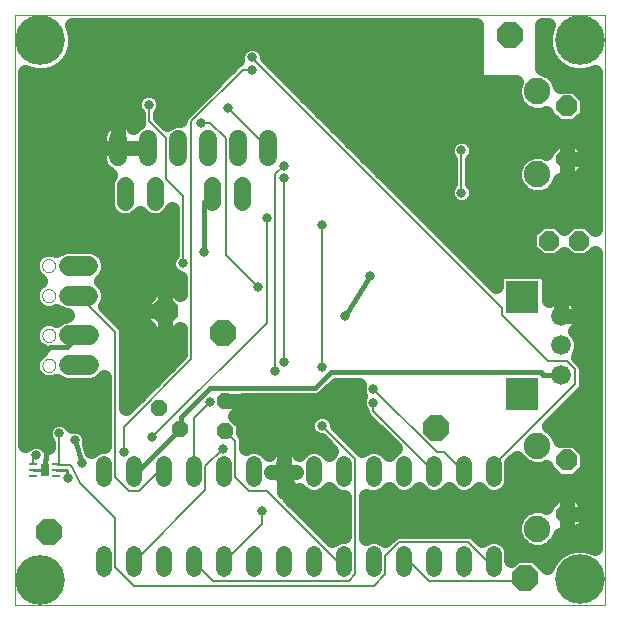
<source format=gtl>
G75*
%MOIN*%
%OFA0B0*%
%FSLAX24Y24*%
%IPPOS*%
%LPD*%
%AMOC8*
5,1,8,0,0,1.08239X$1,22.5*
%
%ADD10C,0.0000*%
%ADD11C,0.0520*%
%ADD12C,0.0560*%
%ADD13OC8,0.0660*%
%ADD14OC8,0.0850*%
%ADD15OC8,0.0700*%
%ADD16C,0.0885*%
%ADD17C,0.0660*%
%ADD18R,0.1102X0.1102*%
%ADD19C,0.0600*%
%ADD20C,0.0650*%
%ADD21OC8,0.0520*%
%ADD22R,0.0276X0.0110*%
%ADD23R,0.0276X0.0433*%
%ADD24C,0.0160*%
%ADD25C,0.0317*%
%ADD26C,0.0114*%
%ADD27C,0.0500*%
%ADD28C,0.0238*%
%ADD29C,0.0080*%
%ADD30C,0.1660*%
D10*
X000350Y000350D02*
X000350Y020035D01*
X020035Y020035D01*
X020035Y000350D01*
X000350Y000350D01*
X001267Y008344D02*
X001269Y008373D01*
X001275Y008401D01*
X001284Y008429D01*
X001297Y008455D01*
X001314Y008478D01*
X001333Y008500D01*
X001355Y008519D01*
X001380Y008534D01*
X001406Y008547D01*
X001434Y008555D01*
X001462Y008560D01*
X001491Y008561D01*
X001520Y008558D01*
X001548Y008551D01*
X001575Y008541D01*
X001601Y008527D01*
X001624Y008510D01*
X001645Y008490D01*
X001663Y008467D01*
X001678Y008442D01*
X001689Y008415D01*
X001697Y008387D01*
X001701Y008358D01*
X001701Y008330D01*
X001697Y008301D01*
X001689Y008273D01*
X001678Y008246D01*
X001663Y008221D01*
X001645Y008198D01*
X001624Y008178D01*
X001601Y008161D01*
X001575Y008147D01*
X001548Y008137D01*
X001520Y008130D01*
X001491Y008127D01*
X001462Y008128D01*
X001434Y008133D01*
X001406Y008141D01*
X001380Y008154D01*
X001355Y008169D01*
X001333Y008188D01*
X001314Y008210D01*
X001297Y008233D01*
X001284Y008259D01*
X001275Y008287D01*
X001269Y008315D01*
X001267Y008344D01*
X001267Y009344D02*
X001269Y009373D01*
X001275Y009401D01*
X001284Y009429D01*
X001297Y009455D01*
X001314Y009478D01*
X001333Y009500D01*
X001355Y009519D01*
X001380Y009534D01*
X001406Y009547D01*
X001434Y009555D01*
X001462Y009560D01*
X001491Y009561D01*
X001520Y009558D01*
X001548Y009551D01*
X001575Y009541D01*
X001601Y009527D01*
X001624Y009510D01*
X001645Y009490D01*
X001663Y009467D01*
X001678Y009442D01*
X001689Y009415D01*
X001697Y009387D01*
X001701Y009358D01*
X001701Y009330D01*
X001697Y009301D01*
X001689Y009273D01*
X001678Y009246D01*
X001663Y009221D01*
X001645Y009198D01*
X001624Y009178D01*
X001601Y009161D01*
X001575Y009147D01*
X001548Y009137D01*
X001520Y009130D01*
X001491Y009127D01*
X001462Y009128D01*
X001434Y009133D01*
X001406Y009141D01*
X001380Y009154D01*
X001355Y009169D01*
X001333Y009188D01*
X001314Y009210D01*
X001297Y009233D01*
X001284Y009259D01*
X001275Y009287D01*
X001269Y009315D01*
X001267Y009344D01*
X001259Y010670D02*
X001261Y010699D01*
X001267Y010727D01*
X001276Y010755D01*
X001289Y010781D01*
X001306Y010804D01*
X001325Y010826D01*
X001347Y010845D01*
X001372Y010860D01*
X001398Y010873D01*
X001426Y010881D01*
X001454Y010886D01*
X001483Y010887D01*
X001512Y010884D01*
X001540Y010877D01*
X001567Y010867D01*
X001593Y010853D01*
X001616Y010836D01*
X001637Y010816D01*
X001655Y010793D01*
X001670Y010768D01*
X001681Y010741D01*
X001689Y010713D01*
X001693Y010684D01*
X001693Y010656D01*
X001689Y010627D01*
X001681Y010599D01*
X001670Y010572D01*
X001655Y010547D01*
X001637Y010524D01*
X001616Y010504D01*
X001593Y010487D01*
X001567Y010473D01*
X001540Y010463D01*
X001512Y010456D01*
X001483Y010453D01*
X001454Y010454D01*
X001426Y010459D01*
X001398Y010467D01*
X001372Y010480D01*
X001347Y010495D01*
X001325Y010514D01*
X001306Y010536D01*
X001289Y010559D01*
X001276Y010585D01*
X001267Y010613D01*
X001261Y010641D01*
X001259Y010670D01*
X001259Y011670D02*
X001261Y011699D01*
X001267Y011727D01*
X001276Y011755D01*
X001289Y011781D01*
X001306Y011804D01*
X001325Y011826D01*
X001347Y011845D01*
X001372Y011860D01*
X001398Y011873D01*
X001426Y011881D01*
X001454Y011886D01*
X001483Y011887D01*
X001512Y011884D01*
X001540Y011877D01*
X001567Y011867D01*
X001593Y011853D01*
X001616Y011836D01*
X001637Y011816D01*
X001655Y011793D01*
X001670Y011768D01*
X001681Y011741D01*
X001689Y011713D01*
X001693Y011684D01*
X001693Y011656D01*
X001689Y011627D01*
X001681Y011599D01*
X001670Y011572D01*
X001655Y011547D01*
X001637Y011524D01*
X001616Y011504D01*
X001593Y011487D01*
X001567Y011473D01*
X001540Y011463D01*
X001512Y011456D01*
X001483Y011453D01*
X001454Y011454D01*
X001426Y011459D01*
X001398Y011467D01*
X001372Y011480D01*
X001347Y011495D01*
X001325Y011514D01*
X001306Y011536D01*
X001289Y011559D01*
X001276Y011585D01*
X001267Y011613D01*
X001261Y011641D01*
X001259Y011670D01*
D11*
X003317Y005065D02*
X003317Y004545D01*
X004317Y004545D02*
X004317Y005065D01*
X005317Y005065D02*
X005317Y004545D01*
X006317Y004545D02*
X006317Y005065D01*
X007317Y005065D02*
X007317Y004545D01*
X008317Y004545D02*
X008317Y005065D01*
X009317Y005065D02*
X009317Y004545D01*
X010317Y004545D02*
X010317Y005065D01*
X011317Y005065D02*
X011317Y004545D01*
X012317Y004545D02*
X012317Y005065D01*
X013317Y005065D02*
X013317Y004545D01*
X014317Y004545D02*
X014317Y005065D01*
X015317Y005065D02*
X015317Y004545D01*
X016317Y004545D02*
X016317Y005065D01*
X016317Y002065D02*
X016317Y001545D01*
X015317Y001545D02*
X015317Y002065D01*
X014317Y002065D02*
X014317Y001545D01*
X013317Y001545D02*
X013317Y002065D01*
X012317Y002065D02*
X012317Y001545D01*
X011317Y001545D02*
X011317Y002065D01*
X010317Y002065D02*
X010317Y001545D01*
X009317Y001545D02*
X009317Y002065D01*
X008317Y002065D02*
X008317Y001545D01*
X007317Y001545D02*
X007317Y002065D01*
X006317Y002065D02*
X006317Y001545D01*
X005317Y001545D02*
X005317Y002065D01*
X004317Y002065D02*
X004317Y001545D01*
X003317Y001545D02*
X003317Y002065D01*
D12*
X004021Y013790D02*
X004021Y014350D01*
X005021Y014350D02*
X005021Y013790D01*
X006916Y013783D02*
X006916Y014343D01*
X007916Y014343D02*
X007916Y013783D01*
D13*
X018157Y012502D03*
X019157Y012502D03*
D14*
X014380Y006269D03*
X007280Y009422D03*
X005350Y010143D03*
X001486Y002777D03*
X017371Y001258D03*
X016850Y019350D03*
D15*
X018753Y016988D03*
X018753Y015208D03*
X018753Y005177D03*
X018753Y003397D03*
D16*
X017773Y002907D03*
X017773Y005667D03*
X017773Y014718D03*
X017773Y017478D03*
D17*
X018568Y009996D03*
X018568Y009011D03*
X018568Y008027D03*
D18*
X017268Y007397D03*
X017268Y010626D03*
D19*
X008804Y015289D02*
X008804Y015889D01*
X007804Y015889D02*
X007804Y015289D01*
X006804Y015289D02*
X006804Y015889D01*
X005804Y015889D02*
X005804Y015289D01*
X004804Y015289D02*
X004804Y015889D01*
X003804Y015889D02*
X003804Y015289D01*
D20*
X002801Y011670D02*
X002151Y011670D01*
X002151Y010670D02*
X002801Y010670D01*
X002809Y009344D02*
X002160Y009344D01*
X002160Y008344D02*
X002809Y008344D01*
D21*
X005153Y006930D03*
X005853Y006230D03*
X007351Y006170D03*
X007351Y007170D03*
D22*
X001739Y005047D03*
X001739Y004850D03*
X001739Y004653D03*
X000961Y004653D03*
X000961Y004850D03*
X000961Y005047D03*
D23*
X001350Y004850D03*
D24*
X001350Y005185D01*
X001381Y005216D01*
X001381Y007752D01*
X001161Y007752D01*
X001381Y007752D02*
X001381Y007885D01*
X001082Y008185D01*
X001082Y008507D01*
X001515Y008941D01*
X002082Y008941D01*
X002484Y009342D01*
X002484Y009344D01*
X005893Y006618D02*
X006870Y007594D01*
X010358Y007594D01*
X010878Y008114D01*
X017885Y008114D01*
X017972Y008027D01*
X018568Y008027D01*
X012189Y011334D02*
X011358Y010004D01*
X006641Y012130D02*
X006641Y013791D01*
X006909Y014059D01*
X006916Y014063D01*
X005673Y013114D02*
X005586Y013114D01*
X015610Y015208D02*
X015615Y015203D01*
X005893Y006618D02*
X005893Y006303D01*
X005853Y006230D01*
X005846Y006224D01*
X004429Y004807D01*
X004319Y004807D01*
X004317Y004805D01*
X002600Y005100D02*
X002350Y005850D01*
X009317Y004805D02*
X010817Y002850D01*
D25*
X010817Y002850D03*
X008586Y003498D03*
X007279Y005570D03*
X004933Y005941D03*
X003988Y005452D03*
X002600Y005100D03*
X002122Y004602D03*
X001059Y005350D03*
X001830Y006082D03*
X002350Y005850D03*
X001161Y007752D03*
X006846Y007114D03*
X009027Y008169D03*
X009311Y008452D03*
X010586Y008279D03*
X012303Y007570D03*
X012303Y007098D03*
X010586Y006334D03*
X011358Y010004D03*
X012189Y011334D03*
X010586Y013035D03*
X008744Y013248D03*
X006641Y012130D03*
X005956Y011744D03*
X005673Y013114D03*
X009311Y014602D03*
X009311Y015004D03*
X006570Y016421D03*
X007468Y016925D03*
X008248Y018200D03*
X008256Y018610D03*
X004815Y017035D03*
X015236Y015515D03*
X015610Y015208D03*
X015236Y014106D03*
X008460Y010941D03*
D26*
X002100Y004850D02*
X001739Y004850D01*
X002100Y004850D02*
X002100Y004602D01*
X002122Y004602D01*
X001350Y004850D02*
X000961Y004850D01*
D27*
X000700Y005682D02*
X000700Y018125D01*
X000753Y018094D01*
X001048Y018015D01*
X001353Y018015D01*
X001648Y018094D01*
X001913Y018247D01*
X002129Y018463D01*
X002282Y018727D01*
X002361Y019022D01*
X002361Y019328D01*
X002282Y019623D01*
X002246Y019685D01*
X015738Y019685D01*
X015738Y017780D01*
X017063Y017782D01*
X017001Y017632D01*
X017001Y017324D01*
X017118Y017040D01*
X017336Y016823D01*
X017620Y016706D01*
X017927Y016706D01*
X018073Y016766D01*
X018073Y016706D01*
X018472Y016308D01*
X019035Y016308D01*
X019433Y016706D01*
X019433Y017270D01*
X019035Y017668D01*
X018531Y017668D01*
X018428Y017916D01*
X018211Y018133D01*
X017927Y018251D01*
X017909Y018251D01*
X017909Y019685D01*
X018136Y019685D01*
X018101Y019624D01*
X018022Y019329D01*
X018022Y019024D01*
X018101Y018729D01*
X018253Y018464D01*
X018469Y018248D01*
X018734Y018096D01*
X019029Y018017D01*
X019334Y018017D01*
X019629Y018096D01*
X019685Y018128D01*
X019685Y012907D01*
X019430Y013162D01*
X018884Y013162D01*
X018657Y012935D01*
X018430Y013162D01*
X017884Y013162D01*
X017497Y012775D01*
X017497Y012228D01*
X017884Y011842D01*
X018430Y011842D01*
X018657Y012068D01*
X018884Y011842D01*
X019430Y011842D01*
X019685Y012096D01*
X019685Y002260D01*
X019627Y002293D01*
X019332Y002372D01*
X019027Y002372D01*
X018732Y002293D01*
X018467Y002140D01*
X018251Y001924D01*
X018099Y001660D01*
X018085Y001611D01*
X017684Y002013D01*
X017058Y002013D01*
X016907Y001862D01*
X016907Y002183D01*
X016817Y002399D01*
X016651Y002565D01*
X016435Y002655D01*
X016200Y002655D01*
X015983Y002565D01*
X015931Y002513D01*
X015782Y002662D01*
X015678Y002766D01*
X015542Y002822D01*
X013087Y002822D01*
X012951Y002766D01*
X012701Y002516D01*
X012651Y002565D01*
X012435Y002655D01*
X012200Y002655D01*
X012074Y002603D01*
X012074Y004007D01*
X012200Y003955D01*
X012435Y003955D01*
X012651Y004045D01*
X012817Y004211D01*
X012983Y004045D01*
X013200Y003955D01*
X013435Y003955D01*
X013651Y004045D01*
X013817Y004211D01*
X013983Y004045D01*
X014200Y003955D01*
X014435Y003955D01*
X014651Y004045D01*
X014817Y004211D01*
X014983Y004045D01*
X015200Y003955D01*
X015435Y003955D01*
X015651Y004045D01*
X015817Y004211D01*
X015983Y004045D01*
X016200Y003955D01*
X016435Y003955D01*
X016651Y004045D01*
X016817Y004211D01*
X016907Y004428D01*
X016907Y005077D01*
X017101Y005271D01*
X017118Y005229D01*
X017336Y005012D01*
X017620Y004895D01*
X017927Y004895D01*
X018073Y004955D01*
X018073Y004895D01*
X018472Y004497D01*
X019035Y004497D01*
X019433Y004895D01*
X019433Y005459D01*
X019035Y005857D01*
X018531Y005857D01*
X018428Y006105D01*
X018211Y006322D01*
X018169Y006339D01*
X019333Y007503D01*
X019389Y007639D01*
X019389Y008290D01*
X019333Y008426D01*
X019229Y008530D01*
X019124Y008635D01*
X019127Y008638D01*
X019228Y008880D01*
X019228Y009143D01*
X019127Y009385D01*
X019023Y009489D01*
X019080Y009546D01*
X019134Y009617D01*
X019179Y009694D01*
X019213Y009777D01*
X019236Y009863D01*
X019248Y009951D01*
X019248Y009996D01*
X019248Y010040D01*
X019236Y010129D01*
X019213Y010215D01*
X019179Y010297D01*
X019134Y010374D01*
X019080Y010445D01*
X019017Y010508D01*
X018946Y010562D01*
X018869Y010607D01*
X018787Y010641D01*
X018701Y010664D01*
X018612Y010676D01*
X018568Y010676D01*
X018568Y009996D01*
X018568Y009996D01*
X019248Y009996D01*
X018568Y009996D01*
X018568Y009996D01*
X018568Y010676D01*
X018523Y010676D01*
X018435Y010664D01*
X018349Y010641D01*
X018266Y010607D01*
X018189Y010562D01*
X018150Y010532D01*
X018150Y011242D01*
X018099Y011364D01*
X018007Y011457D01*
X017885Y011507D01*
X016652Y011507D01*
X016530Y011457D01*
X016437Y011364D01*
X016387Y011242D01*
X016387Y010986D01*
X008744Y018629D01*
X008744Y018707D01*
X008670Y018887D01*
X008532Y019024D01*
X008353Y019098D01*
X008158Y019098D01*
X007979Y019024D01*
X007841Y018887D01*
X007767Y018707D01*
X007767Y018526D01*
X007739Y018514D01*
X006030Y016805D01*
X005926Y016701D01*
X005870Y016565D01*
X005870Y016519D01*
X005679Y016519D01*
X005447Y016423D01*
X005419Y016395D01*
X005185Y016629D01*
X005185Y016714D01*
X005229Y016758D01*
X005303Y016938D01*
X005303Y017132D01*
X005229Y017312D01*
X005091Y017449D01*
X004912Y017523D01*
X004717Y017523D01*
X004538Y017449D01*
X004400Y017312D01*
X004326Y017132D01*
X004326Y016938D01*
X004400Y016758D01*
X004445Y016714D01*
X004445Y016432D01*
X004442Y016431D01*
X004374Y016379D01*
X004314Y016319D01*
X004304Y016305D01*
X004294Y016319D01*
X004233Y016379D01*
X004166Y016431D01*
X004092Y016473D01*
X004013Y016506D01*
X003931Y016528D01*
X003847Y016539D01*
X003804Y016539D01*
X003804Y015589D01*
X003804Y015589D01*
X004454Y015589D01*
X004804Y015589D01*
X004804Y015589D01*
X003804Y015589D01*
X003154Y015589D01*
X003154Y015246D01*
X003165Y015162D01*
X003187Y015080D01*
X003220Y015001D01*
X003262Y014927D01*
X003314Y014860D01*
X003374Y014799D01*
X003442Y014747D01*
X003514Y014706D01*
X003504Y014695D01*
X003411Y014471D01*
X003411Y013669D01*
X003504Y013444D01*
X003675Y013273D01*
X003899Y013180D01*
X004142Y013180D01*
X004366Y013273D01*
X004521Y013427D01*
X004675Y013273D01*
X004899Y013180D01*
X005142Y013180D01*
X005366Y013273D01*
X005538Y013444D01*
X005586Y013561D01*
X005586Y012064D01*
X005542Y012020D01*
X005468Y011841D01*
X005468Y011647D01*
X005542Y011467D01*
X005680Y011330D01*
X005859Y011255D01*
X005870Y011255D01*
X005870Y010719D01*
X005671Y010918D01*
X005350Y010918D01*
X005350Y010143D01*
X005350Y009368D01*
X005671Y009368D01*
X005870Y009567D01*
X005870Y008708D01*
X004074Y006913D01*
X004074Y009518D01*
X004018Y009654D01*
X003914Y009758D01*
X003914Y009758D01*
X003361Y010311D01*
X003456Y010540D01*
X003456Y010801D01*
X003356Y011041D01*
X003227Y011170D01*
X003356Y011299D01*
X003456Y011540D01*
X003456Y011801D01*
X003356Y012041D01*
X003172Y012225D01*
X002931Y012325D01*
X002021Y012325D01*
X001781Y012225D01*
X001732Y012177D01*
X001589Y012237D01*
X001364Y012237D01*
X001155Y012151D01*
X000996Y011991D01*
X000910Y011783D01*
X000910Y011558D01*
X000996Y011349D01*
X001155Y011190D01*
X001203Y011170D01*
X001155Y011151D01*
X000996Y010991D01*
X000910Y010783D01*
X000910Y010558D01*
X000996Y010349D01*
X001155Y010190D01*
X001364Y010104D01*
X001589Y010104D01*
X001732Y010163D01*
X001781Y010115D01*
X002021Y010016D01*
X002091Y010016D01*
X002028Y010007D01*
X001942Y009984D01*
X001861Y009950D01*
X001784Y009906D01*
X001722Y009859D01*
X001597Y009910D01*
X001372Y009910D01*
X001164Y009824D01*
X001004Y009665D01*
X000918Y009457D01*
X000918Y009231D01*
X001004Y009023D01*
X001164Y008864D01*
X001211Y008844D01*
X001164Y008824D01*
X001164Y008825D02*
X000700Y008825D01*
X001004Y008665D02*
X000918Y008457D01*
X000918Y008231D01*
X001004Y008023D01*
X001164Y007864D01*
X001372Y007777D01*
X001597Y007777D01*
X001741Y007837D01*
X001789Y007789D01*
X002029Y007689D01*
X002939Y007689D01*
X003180Y007789D01*
X003334Y007943D01*
X003334Y005655D01*
X003200Y005655D01*
X002983Y005565D01*
X002904Y005487D01*
X002903Y005488D01*
X002825Y005721D01*
X002838Y005753D01*
X002838Y005947D01*
X002764Y006127D01*
X002627Y006264D01*
X002447Y006338D01*
X002253Y006338D01*
X002244Y006359D01*
X002107Y006496D01*
X001927Y006571D01*
X001733Y006571D01*
X001554Y006496D01*
X001416Y006359D01*
X001342Y006179D01*
X001342Y005985D01*
X001416Y005806D01*
X001460Y005762D01*
X001460Y005639D01*
X001335Y005764D01*
X001156Y005838D01*
X000962Y005838D01*
X000782Y005764D01*
X000700Y005682D01*
X000700Y005834D02*
X000950Y005834D01*
X001168Y005834D02*
X001405Y005834D01*
X001405Y006332D02*
X000700Y006332D01*
X000700Y006831D02*
X003334Y006831D01*
X003334Y007329D02*
X000700Y007329D01*
X000700Y007828D02*
X001251Y007828D01*
X001718Y007828D02*
X001750Y007828D01*
X000918Y008326D02*
X000700Y008326D01*
X001004Y008665D02*
X001164Y008824D01*
X000918Y009323D02*
X000700Y009323D01*
X000700Y009822D02*
X001161Y009822D01*
X001025Y010320D02*
X000700Y010320D01*
X000700Y010819D02*
X000924Y010819D01*
X001028Y011317D02*
X000700Y011317D01*
X000700Y011816D02*
X000923Y011816D01*
X000700Y012314D02*
X001994Y012314D01*
X002958Y012314D02*
X005586Y012314D01*
X005586Y012813D02*
X000700Y012813D01*
X000700Y013311D02*
X003637Y013311D01*
X003411Y013810D02*
X000700Y013810D01*
X000700Y014308D02*
X003411Y014308D01*
X003367Y014807D02*
X000700Y014807D01*
X000700Y015305D02*
X003154Y015305D01*
X003154Y015589D02*
X003804Y015589D01*
X003804Y015589D01*
X003804Y015589D01*
X003804Y016539D01*
X003761Y016539D01*
X003677Y016528D01*
X003595Y016506D01*
X003516Y016473D01*
X003442Y016431D01*
X003374Y016379D01*
X003314Y016319D01*
X003262Y016251D01*
X003220Y016177D01*
X003187Y016098D01*
X003165Y016016D01*
X003154Y015932D01*
X003154Y015589D01*
X003154Y015804D02*
X000700Y015804D01*
X000700Y016302D02*
X003302Y016302D01*
X003804Y016302D02*
X003804Y016302D01*
X003804Y015804D02*
X003804Y015804D01*
X004383Y016801D02*
X000700Y016801D01*
X000700Y017299D02*
X004395Y017299D01*
X005234Y017299D02*
X006524Y017299D01*
X006025Y016801D02*
X005246Y016801D01*
X007022Y017798D02*
X000700Y017798D01*
X001962Y018296D02*
X007521Y018296D01*
X007803Y018795D02*
X002300Y018795D01*
X002361Y019293D02*
X015738Y019293D01*
X015738Y018795D02*
X008708Y018795D01*
X009077Y018296D02*
X015738Y018296D01*
X015738Y017798D02*
X009575Y017798D01*
X010074Y017299D02*
X017011Y017299D01*
X017390Y016801D02*
X010572Y016801D01*
X011071Y016302D02*
X019685Y016302D01*
X019685Y015804D02*
X019148Y015804D01*
X019043Y015908D02*
X018753Y015908D01*
X018463Y015908D01*
X018053Y015498D01*
X018053Y015438D01*
X017927Y015491D01*
X017620Y015491D01*
X017336Y015373D01*
X017118Y015156D01*
X017001Y014872D01*
X017001Y014564D01*
X017118Y014280D01*
X017336Y014063D01*
X017620Y013946D01*
X017927Y013946D01*
X018211Y014063D01*
X018428Y014280D01*
X018523Y014508D01*
X018753Y014508D01*
X018753Y015208D01*
X018753Y015208D01*
X018753Y015908D01*
X018753Y015208D01*
X018753Y015208D01*
X018753Y014508D01*
X019043Y014508D01*
X019453Y014918D01*
X019453Y015208D01*
X018753Y015208D01*
X018753Y015208D01*
X019453Y015208D01*
X019453Y015498D01*
X019043Y015908D01*
X018753Y015804D02*
X018753Y015804D01*
X018359Y015804D02*
X015638Y015804D01*
X015650Y015792D02*
X015512Y015929D01*
X015333Y016004D01*
X015139Y016004D01*
X014959Y015929D01*
X014822Y015792D01*
X014747Y015613D01*
X014747Y015418D01*
X014822Y015239D01*
X014866Y015195D01*
X014866Y014427D01*
X014822Y014383D01*
X014747Y014203D01*
X014747Y014009D01*
X014822Y013829D01*
X014959Y013692D01*
X015139Y013617D01*
X015333Y013617D01*
X015512Y013692D01*
X015650Y013829D01*
X015724Y014009D01*
X015724Y014203D01*
X015650Y014383D01*
X015606Y014427D01*
X015606Y015195D01*
X015650Y015239D01*
X015724Y015418D01*
X015724Y015613D01*
X015650Y015792D01*
X015677Y015305D02*
X017268Y015305D01*
X017001Y014807D02*
X015606Y014807D01*
X015681Y014308D02*
X017107Y014308D01*
X018440Y014308D02*
X019685Y014308D01*
X019685Y014807D02*
X019342Y014807D01*
X018753Y014807D02*
X018753Y014807D01*
X018753Y015305D02*
X018753Y015305D01*
X019453Y015305D02*
X019685Y015305D01*
X019685Y016801D02*
X019433Y016801D01*
X019404Y017299D02*
X019685Y017299D01*
X019685Y017798D02*
X018477Y017798D01*
X018422Y018296D02*
X017909Y018296D01*
X017909Y018795D02*
X018083Y018795D01*
X018022Y019293D02*
X017909Y019293D01*
X014833Y015804D02*
X011569Y015804D01*
X012068Y015305D02*
X014794Y015305D01*
X014866Y014807D02*
X012566Y014807D01*
X013065Y014308D02*
X014791Y014308D01*
X014841Y013810D02*
X013563Y013810D01*
X014062Y013311D02*
X019685Y013311D01*
X019685Y013810D02*
X015630Y013810D01*
X014560Y012813D02*
X017535Y012813D01*
X017497Y012314D02*
X015059Y012314D01*
X015557Y011816D02*
X019685Y011816D01*
X019685Y011317D02*
X018119Y011317D01*
X018150Y010819D02*
X019685Y010819D01*
X019685Y010320D02*
X019166Y010320D01*
X018568Y010320D02*
X018568Y010320D01*
X019225Y009822D02*
X019685Y009822D01*
X019685Y009323D02*
X019153Y009323D01*
X019205Y008825D02*
X019685Y008825D01*
X019685Y008326D02*
X019374Y008326D01*
X019389Y007828D02*
X019685Y007828D01*
X019685Y007329D02*
X019159Y007329D01*
X018661Y006831D02*
X019685Y006831D01*
X019685Y006332D02*
X018187Y006332D01*
X019059Y005834D02*
X019685Y005834D01*
X019685Y005335D02*
X019433Y005335D01*
X019375Y004837D02*
X019685Y004837D01*
X019685Y004338D02*
X016870Y004338D01*
X016907Y004837D02*
X018132Y004837D01*
X018463Y004097D02*
X018053Y003687D01*
X018053Y003627D01*
X017927Y003680D01*
X017620Y003680D01*
X017336Y003562D01*
X017118Y003345D01*
X017001Y003061D01*
X017001Y002753D01*
X017118Y002469D01*
X017336Y002252D01*
X017620Y002135D01*
X017927Y002135D01*
X018211Y002252D01*
X018428Y002469D01*
X018523Y002697D01*
X018753Y002697D01*
X018753Y003397D01*
X018753Y004097D01*
X018463Y004097D01*
X018753Y004097D02*
X018753Y003397D01*
X018753Y003397D01*
X018753Y003397D01*
X018753Y002697D01*
X019043Y002697D01*
X019453Y003107D01*
X019453Y003397D01*
X018753Y003397D01*
X019453Y003397D01*
X019453Y003687D01*
X019043Y004097D01*
X018753Y004097D01*
X018753Y003840D02*
X018753Y003840D01*
X018206Y003840D02*
X012074Y003840D01*
X012074Y003341D02*
X017117Y003341D01*
X017001Y002843D02*
X012074Y002843D01*
X011334Y002843D02*
X010601Y002843D01*
X010931Y002513D02*
X009485Y003958D01*
X009551Y003980D01*
X009637Y004024D01*
X009715Y004080D01*
X009783Y004148D01*
X009824Y004204D01*
X009983Y004045D01*
X010200Y003955D01*
X010435Y003955D01*
X010651Y004045D01*
X010817Y004211D01*
X010983Y004045D01*
X011200Y003955D01*
X011334Y003955D01*
X011334Y002655D01*
X011200Y002655D01*
X010983Y002565D01*
X010931Y002513D01*
X011334Y003341D02*
X010103Y003341D01*
X009604Y003840D02*
X011334Y003840D01*
X009727Y004805D02*
X009317Y004805D01*
X008907Y004805D01*
X008907Y004805D01*
X009317Y004805D01*
X009317Y004805D01*
X009317Y004126D01*
X009317Y004126D01*
X009317Y004805D01*
X009317Y004805D01*
X009317Y005675D01*
X009269Y005675D01*
X009174Y005660D01*
X009083Y005631D01*
X008998Y005587D01*
X008920Y005531D01*
X008852Y005463D01*
X008811Y005406D01*
X008651Y005565D01*
X008435Y005655D01*
X008200Y005655D01*
X008074Y005603D01*
X008074Y005896D01*
X008018Y006032D01*
X007941Y006109D01*
X007941Y006414D01*
X007700Y006656D01*
X007961Y006917D01*
X007961Y007170D01*
X007961Y007184D01*
X010439Y007184D01*
X010590Y007247D01*
X010705Y007362D01*
X011047Y007704D01*
X011829Y007704D01*
X011814Y007668D01*
X011814Y007473D01*
X011872Y007334D01*
X011814Y007195D01*
X011814Y007001D01*
X011889Y006821D01*
X011933Y006777D01*
X011933Y006741D01*
X011989Y006605D01*
X013015Y005579D01*
X012983Y005565D01*
X012817Y005400D01*
X012651Y005565D01*
X012435Y005655D01*
X012200Y005655D01*
X011983Y005565D01*
X011931Y005513D01*
X011914Y005530D01*
X011075Y006369D01*
X011075Y006431D01*
X011000Y006611D01*
X010863Y006748D01*
X010683Y006823D01*
X010489Y006823D01*
X010310Y006748D01*
X010172Y006611D01*
X010098Y006431D01*
X010098Y006237D01*
X010172Y006058D01*
X010310Y005920D01*
X010489Y005846D01*
X010551Y005846D01*
X010907Y005490D01*
X010817Y005400D01*
X010651Y005565D01*
X010435Y005655D01*
X010200Y005655D01*
X009983Y005565D01*
X009824Y005406D01*
X009783Y005463D01*
X009715Y005531D01*
X009637Y005587D01*
X009551Y005631D01*
X009460Y005660D01*
X009365Y005675D01*
X009317Y005675D01*
X009317Y004805D01*
X009317Y004805D01*
X009317Y004805D01*
X009727Y004805D01*
X009727Y004805D01*
X009317Y004837D02*
X009317Y004837D01*
X009317Y004338D02*
X009317Y004338D01*
X009317Y005335D02*
X009317Y005335D01*
X008074Y005834D02*
X010564Y005834D01*
X011610Y005834D02*
X012761Y005834D01*
X012262Y006332D02*
X011112Y006332D01*
X011885Y006831D02*
X007874Y006831D01*
X007961Y007170D02*
X007351Y007170D01*
X007961Y007170D01*
X007351Y007170D02*
X007351Y007170D01*
X007941Y006332D02*
X010098Y006332D01*
X010673Y007329D02*
X011870Y007329D01*
X005870Y008825D02*
X004074Y008825D01*
X004074Y009323D02*
X005870Y009323D01*
X005350Y009368D02*
X005350Y010143D01*
X005350Y010143D01*
X005350Y010143D01*
X004575Y010143D01*
X004575Y009822D01*
X005029Y009368D01*
X005350Y009368D01*
X005350Y009822D02*
X005350Y009822D01*
X005350Y010143D02*
X005350Y010143D01*
X005350Y010918D01*
X005029Y010918D01*
X004575Y010464D01*
X004575Y010143D01*
X005350Y010143D01*
X005350Y010320D02*
X005350Y010320D01*
X004575Y010320D02*
X003365Y010320D01*
X003851Y009822D02*
X004575Y009822D01*
X004929Y010819D02*
X003448Y010819D01*
X003363Y011317D02*
X005710Y011317D01*
X005770Y010819D02*
X005870Y010819D01*
X005350Y010819D02*
X005350Y010819D01*
X005468Y011816D02*
X003450Y011816D01*
X004405Y013311D02*
X004637Y013311D01*
X005405Y013311D02*
X005586Y013311D01*
X005488Y008326D02*
X004074Y008326D01*
X004074Y007828D02*
X004989Y007828D01*
X004491Y007329D02*
X004074Y007329D01*
X003334Y007828D02*
X003219Y007828D01*
X003334Y006332D02*
X002463Y006332D01*
X002838Y005834D02*
X003334Y005834D01*
X016056Y011317D02*
X016418Y011317D01*
X019301Y003840D02*
X019685Y003840D01*
X019685Y003341D02*
X019453Y003341D01*
X018753Y003341D02*
X018753Y003341D01*
X018753Y003397D02*
X018753Y003397D01*
X018753Y002843D02*
X018753Y002843D01*
X019189Y002843D02*
X019685Y002843D01*
X019685Y002344D02*
X019437Y002344D01*
X018921Y002344D02*
X018303Y002344D01*
X018206Y001846D02*
X017851Y001846D01*
X017244Y002344D02*
X016840Y002344D01*
D28*
X001350Y004850D03*
D29*
X000964Y005051D02*
X000961Y005047D01*
X000964Y005051D02*
X000964Y005256D01*
X001059Y005350D01*
X001736Y005051D02*
X001739Y005047D01*
X001830Y005067D01*
X001830Y006082D01*
X001739Y005047D02*
X001775Y005027D01*
X002183Y005027D01*
X002254Y004956D01*
X002525Y004427D01*
X003704Y003248D01*
X003704Y001618D01*
X004326Y000996D01*
X012311Y000996D01*
X012704Y001389D01*
X012704Y001996D01*
X013161Y002452D01*
X015468Y002452D01*
X016114Y001807D01*
X016311Y001807D01*
X016317Y001805D01*
X017271Y001161D02*
X017366Y001256D01*
X017371Y001258D01*
X017271Y001161D02*
X014161Y001161D01*
X013523Y001799D01*
X013319Y001799D01*
X013317Y001805D01*
X011704Y001389D02*
X011476Y001161D01*
X006956Y001161D01*
X006319Y001799D01*
X006317Y001805D01*
X007317Y001805D02*
X007319Y001807D01*
X008586Y003074D01*
X008586Y003498D01*
X008759Y004161D02*
X008161Y004161D01*
X007704Y004618D01*
X007704Y005822D01*
X007358Y006169D01*
X007351Y006170D01*
X007279Y005570D02*
X006704Y004996D01*
X006704Y004193D01*
X004319Y001807D01*
X004317Y001805D01*
X004161Y004161D02*
X003704Y004618D01*
X003704Y009444D01*
X002484Y010665D01*
X002476Y010670D01*
X005956Y011744D02*
X005956Y013988D01*
X005381Y014563D01*
X005381Y015909D01*
X004815Y016476D01*
X004815Y017035D01*
X006240Y016492D02*
X006240Y008555D01*
X003988Y006303D01*
X003988Y005452D01*
X004933Y005941D02*
X008744Y009752D01*
X008744Y013248D01*
X010586Y013035D02*
X010586Y008279D01*
X009311Y008452D02*
X009311Y014602D01*
X009027Y014720D02*
X009027Y008169D01*
X006846Y007114D02*
X006319Y006586D01*
X006319Y004807D01*
X006317Y004805D01*
X005317Y004805D02*
X005311Y004799D01*
X005114Y004799D01*
X004476Y004161D01*
X004161Y004161D01*
X008759Y004161D02*
X011114Y001807D01*
X011311Y001807D01*
X011317Y001805D01*
X011704Y001389D02*
X011704Y005216D01*
X010586Y006334D01*
X012303Y006815D02*
X014311Y004807D01*
X014317Y004805D01*
X014665Y005452D02*
X015311Y004807D01*
X015317Y004805D01*
X014665Y005452D02*
X014421Y005452D01*
X012303Y007570D01*
X012303Y007098D02*
X012303Y006815D01*
X016319Y005011D02*
X016319Y004807D01*
X016317Y004805D01*
X016319Y005011D02*
X019019Y007712D01*
X019019Y008216D01*
X018752Y008484D01*
X018137Y008484D01*
X016594Y010027D01*
X016594Y010256D01*
X008256Y018594D01*
X008256Y018610D01*
X008248Y018200D02*
X007948Y018200D01*
X006240Y016492D01*
X006570Y016421D02*
X006870Y016421D01*
X007381Y015909D01*
X007381Y012019D01*
X008460Y010941D01*
X015236Y014106D02*
X015236Y015515D01*
X009311Y015004D02*
X009027Y014720D01*
X008804Y015589D02*
X008799Y015594D01*
X007468Y016925D01*
D30*
X001201Y019175D03*
X019182Y019177D03*
X019179Y001212D03*
X001200Y001200D03*
M02*

</source>
